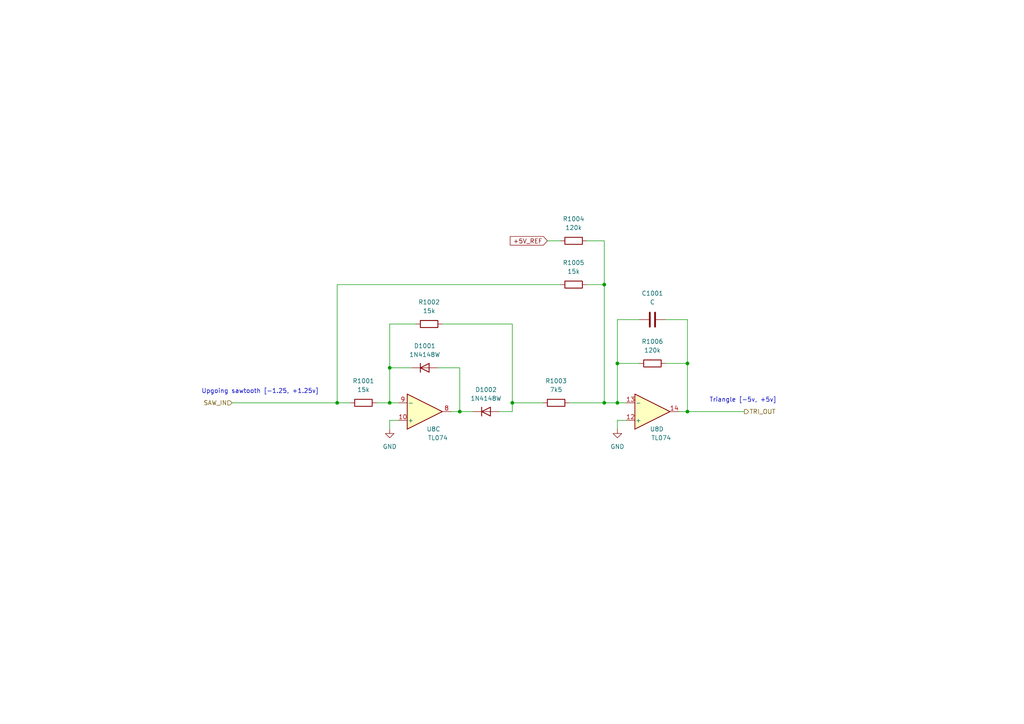
<source format=kicad_sch>
(kicad_sch (version 20211123) (generator eeschema)
  (paper "A4")
  (title_block (title "Josh Ox Ribon Synth Main VCO board") (date "2022-06-18") (rev "0") (comment 2 "creativecommons.org/licences/by/4.0") (comment 3 "license: CC by 4.0") (comment 4 "Author: Jordan Acete"))
  (lib_symbols
    (symbol "Amplifier_Operational:TL074" (pin_names (offset 0.127))
      (property "Reference" "U" (at 0 5.08 0))
      (property "Value" "TL074" (at 0 -5.08 0))
      (symbol "TL074_1_1"
        (polyline (pts (xy -5.08 5.08) (xy 5.08 0) (xy -5.08 -5.08) (xy -5.08 5.08)) (stroke (width 0.254)) (fill (type background)))
        (pin output line (at 7.62 0 180) (length 2.54) (name "~") (number "1"))
        (pin input line (at -7.62 -2.54 0) (length 2.54) (name "-") (number "2"))
        (pin input line (at -7.62 2.54 0) (length 2.54) (name "+") (number "3"))
      )
      (symbol "TL074_2_1"
        (polyline (pts (xy -5.08 5.08) (xy 5.08 0) (xy -5.08 -5.08) (xy -5.08 5.08)) (stroke (width 0.254)) (fill (type background)))
        (pin input line (at -7.62 2.54 0) (length 2.54) (name "+") (number "5"))
        (pin input line (at -7.62 -2.54 0) (length 2.54) (name "-") (number "6"))
        (pin output line (at 7.62 0 180) (length 2.54) (name "~") (number "7"))
      )
      (symbol "TL074_3_1"
        (polyline (pts (xy -5.08 5.08) (xy 5.08 0) (xy -5.08 -5.08) (xy -5.08 5.08)) (stroke (width 0.254)) (fill (type background)))
        (pin input line (at -7.62 2.54 0) (length 2.54) (name "+") (number "10"))
        (pin output line (at 7.62 0 180) (length 2.54) (name "~") (number "8"))
        (pin input line (at -7.62 -2.54 0) (length 2.54) (name "-") (number "9"))
      )
      (symbol "TL074_4_1"
        (polyline (pts (xy -5.08 5.08) (xy 5.08 0) (xy -5.08 -5.08) (xy -5.08 5.08)) (stroke (width 0.254)) (fill (type background)))
        (pin input line (at -7.62 2.54 0) (length 2.54) (name "+") (number "12"))
        (pin input line (at -7.62 -2.54 0) (length 2.54) (name "-") (number "13"))
        (pin output line (at 7.62 0 180) (length 2.54) (name "~") (number "14"))
      )
      (symbol "TL074_5_1"
        (pin power_in line (at -2.54 -7.62 90) (length 3.81) (name "V-") (number "11"))
        (pin power_in line (at -2.54 7.62 270) (length 3.81) (name "V+") (number "4"))
      )
    )
    (symbol "Device:C" (pin_numbers hide) (pin_names (offset 0.254))
      (property "Reference" "C" (at 0.635 2.54 0))
      (property "Value" "C" (at 0.635 -2.54 0))
      (symbol "C_0_1"
        (polyline (pts (xy -2.032 -0.762) (xy 2.032 -0.762)) (stroke (width 0.508)))
        (polyline (pts (xy -2.032 0.762) (xy 2.032 0.762)) (stroke (width 0.508)))
      )
      (symbol "C_1_1"
        (pin passive line (at 0 3.81 270) (length 2.794) (name "~") (number "1"))
        (pin passive line (at 0 -3.81 90) (length 2.794) (name "~") (number "2"))
      )
    )
    (symbol "Device:R" (pin_numbers hide) (pin_names (offset 0))
      (property "Reference" "R" (at 2.032 0 90))
      (property "Value" "R" (at 0 0 90))
      (symbol "R_0_1"
        (rectangle (start -1.016 -2.54) (end 1.016 2.54) (stroke (width 0.254)))
      )
      (symbol "R_1_1"
        (pin passive line (at 0 3.81 270) (length 1.27) (name "~") (number "1"))
        (pin passive line (at 0 -3.81 90) (length 1.27) (name "~") (number "2"))
      )
    )
    (symbol "Diode:1N4148W" (pin_numbers hide) (pin_names (offset 1.016) hide)
      (property "Reference" "D" (at 0 2.54 0))
      (property "Value" "1N4148W" (at 0 -2.54 0))
      (symbol "1N4148W_0_1"
        (polyline (pts (xy -1.27 1.27) (xy -1.27 -1.27)) (stroke (width 0.254)))
        (polyline (pts (xy 1.27 0) (xy -1.27 0)))
        (polyline (pts (xy 1.27 1.27) (xy 1.27 -1.27) (xy -1.27 0) (xy 1.27 1.27)) (stroke (width 0.254)))
      )
      (symbol "1N4148W_1_1"
        (pin passive line (at -3.81 0 0) (length 2.54) (name "K") (number "1"))
        (pin passive line (at 3.81 0 180) (length 2.54) (name "A") (number "2"))
      )
    )
    (symbol "power:GND" (power) (pin_names (offset 0))
      (property "Value" "GND" (at 0 -3.81 0))
      (symbol "GND_0_1"
        (polyline (pts (xy 0 0) (xy 0 -1.27) (xy 1.27 -1.27) (xy 0 -2.54) (xy -1.27 -1.27) (xy 0 -1.27)))
      )
      (symbol "GND_1_1"
        (pin power_in line (at 0 0 270) (length 0) hide (name "GND") (number "1"))
      )
    )
  )
  (junction (at 179.07 105.41))
  (junction (at 175.26 116.84))
  (junction (at 97.79 116.84))
  (junction (at 199.39 119.38))
  (junction (at 113.03 106.68))
  (junction (at 113.03 116.84))
  (junction (at 179.07 116.84))
  (junction (at 175.26 82.55))
  (junction (at 199.39 105.41))
  (junction (at 133.35 119.38))
  (junction (at 148.59 116.84))
  (wire (pts (xy 113.03 124.46) (xy 113.03 121.92)))
  (wire (pts (xy 148.59 93.98) (xy 148.59 116.84)))
  (wire (pts (xy 113.03 116.84) (xy 113.03 106.68)))
  (wire (pts (xy 199.39 119.38) (xy 199.39 105.41)))
  (wire (pts (xy 175.26 82.55) (xy 175.26 116.84)))
  (wire (pts (xy 113.03 93.98) (xy 113.03 106.68)))
  (wire (pts (xy 179.07 116.84) (xy 181.61 116.84)))
  (wire (pts (xy 113.03 106.68) (xy 119.38 106.68)))
  (wire (pts (xy 175.26 69.85) (xy 175.26 82.55)))
  (wire (pts (xy 170.18 69.85) (xy 175.26 69.85)))
  (wire (pts (xy 133.35 119.38) (xy 137.16 119.38)))
  (wire (pts (xy 115.57 116.84) (xy 113.03 116.84)))
  (wire (pts (xy 144.78 119.38) (xy 148.59 119.38)))
  (wire (pts (xy 97.79 82.55) (xy 162.56 82.55)))
  (wire (pts (xy 185.42 105.41) (xy 179.07 105.41)))
  (wire (pts (xy 130.81 119.38) (xy 133.35 119.38)))
  (wire (pts (xy 113.03 121.92) (xy 115.57 121.92)))
  (wire (pts (xy 165.1 116.84) (xy 175.26 116.84)))
  (wire (pts (xy 179.07 92.71) (xy 179.07 105.41)))
  (wire (pts (xy 109.22 116.84) (xy 113.03 116.84)))
  (wire (pts (xy 97.79 116.84) (xy 97.79 82.55)))
  (wire (pts (xy 133.35 119.38) (xy 133.35 106.68)))
  (wire (pts (xy 179.07 121.92) (xy 181.61 121.92)))
  (wire (pts (xy 199.39 105.41) (xy 193.04 105.41)))
  (wire (pts (xy 196.85 119.38) (xy 199.39 119.38)))
  (wire (pts (xy 101.6 116.84) (xy 97.79 116.84)))
  (wire (pts (xy 120.65 93.98) (xy 113.03 93.98)))
  (wire (pts (xy 199.39 119.38) (xy 215.9 119.38)))
  (wire (pts (xy 175.26 116.84) (xy 179.07 116.84)))
  (wire (pts (xy 179.07 105.41) (xy 179.07 116.84)))
  (wire (pts (xy 148.59 93.98) (xy 128.27 93.98)))
  (wire (pts (xy 133.35 106.68) (xy 127 106.68)))
  (wire (pts (xy 193.04 92.71) (xy 199.39 92.71)))
  (wire (pts (xy 199.39 92.71) (xy 199.39 105.41)))
  (wire (pts (xy 67.31 116.84) (xy 97.79 116.84)))
  (wire (pts (xy 185.42 92.71) (xy 179.07 92.71)))
  (wire (pts (xy 170.18 82.55) (xy 175.26 82.55)))
  (wire (pts (xy 179.07 124.46) (xy 179.07 121.92)))
  (wire (pts (xy 158.75 69.85) (xy 162.56 69.85)))
  (wire (pts (xy 148.59 116.84) (xy 157.48 116.84)))
  (wire (pts (xy 148.59 116.84) (xy 148.59 119.38)))
  (text "Triangle [-5v, +5v]" (at 205.74 116.84 0) (effects (font (size 1.27 1.27)) (justify left bottom)))
  (text "Upgoing sawtooth [-1.25, +1.25v]" (at 58.42 114.3 0) (effects (font (size 1.27 1.27)) (justify left bottom)))
  (global_label "+5V_REF" (shape input) (at 158.75 69.85 180) (property "Intersheet References" "${INTERSHEET_REFS}" (effects hide)))
  (hierarchical_label "SAW_IN" (shape input) (at 67.31 116.84 180))
  (hierarchical_label "TRI_OUT" (shape output) (at 215.9 119.38 0))
  (symbol (lib_id "Device:C") (at 189.23 92.71 90) (unit 1)
    (property "Reference" "C1001" (at 189.23 85.09 90))
    (property "Value" "C" (at 189.23 87.63 90))
    (property "Footprint" "Capacitor_SMD:C_0805_2012Metric" (effects hide))
  )
  (symbol (lib_id "Amplifier_Operational:TL074") (at 123.19 119.38 0) (mirror x) (unit 3)
    (property "Reference" "U8" (at 125.73 124.46 0))
    (property "Value" "TL074" (at 127 127 0))
    (property "Footprint" "Package_SO:SOIC-14_3.9x8.7mm_P1.27mm" (effects hide))
    (property "Datasheet" "http://www.ti.com/lit/ds/symlink/tl071.pdf" (effects hide))
  )
  (symbol (lib_id "Device:R") (at 124.46 93.98 270) (unit 1)
    (property "Reference" "R1002" (at 124.46 87.63 90))
    (property "Value" "15k" (at 124.46 90.17 90))
    (property "Footprint" "Resistor_SMD:R_0805_2012Metric" (effects hide))
  )
  (symbol (lib_id "Device:R") (at 105.41 116.84 270) (unit 1)
    (property "Reference" "R1001" (at 105.41 110.49 90))
    (property "Value" "15k" (at 105.41 113.03 90))
    (property "Footprint" "Resistor_SMD:R_0805_2012Metric" (effects hide))
  )
  (symbol (lib_id "Device:R") (at 166.37 82.55 270) (unit 1)
    (property "Reference" "R1005" (at 166.37 76.2 90))
    (property "Value" "15k" (at 166.37 78.74 90))
    (property "Footprint" "Resistor_SMD:R_0805_2012Metric" (effects hide))
  )
  (symbol (lib_id "Device:R") (at 161.29 116.84 270) (unit 1)
    (property "Reference" "R1003" (at 161.29 110.49 90))
    (property "Value" "7k5" (at 161.29 113.03 90))
    (property "Footprint" "Resistor_SMD:R_0805_2012Metric" (effects hide))
  )
  (symbol (lib_id "Amplifier_Operational:TL074") (at 189.23 119.38 0) (mirror x) (unit 4)
    (property "Reference" "U8" (at 190.5 124.46 0))
    (property "Value" "TL074" (at 191.77 127 0))
    (property "Footprint" "Package_SO:SOIC-14_3.9x8.7mm_P1.27mm" (effects hide))
    (property "Datasheet" "http://www.ti.com/lit/ds/symlink/tl071.pdf" (effects hide))
  )
  (symbol (lib_id "Diode:1N4148W") (at 140.97 119.38 0) (unit 1)
    (property "Reference" "D1002" (at 140.97 113.03 0))
    (property "Value" "1N4148W" (at 140.97 115.57 0))
    (property "Footprint" "Diode_SMD:D_SOD-123" (effects hide))
    (property "Datasheet" "https://www.vishay.com/docs/85748/1n4148w.pdf" (effects hide))
  )
  (symbol (lib_id "power:GND") (at 179.07 124.46 0) (unit 1)
    (property "Reference" "#PWR01003" (effects hide))
    (property "Value" "GND" (at 179.07 129.54 0))
  )
  (symbol (lib_id "Diode:1N4148W") (at 123.19 106.68 0) (unit 1)
    (property "Reference" "D1001" (at 123.19 100.33 0))
    (property "Value" "1N4148W" (at 123.19 102.87 0))
    (property "Footprint" "Diode_SMD:D_SOD-123" (effects hide))
    (property "Datasheet" "https://www.vishay.com/docs/85748/1n4148w.pdf" (effects hide))
  )
  (symbol (lib_id "power:GND") (at 113.03 124.46 0) (unit 1)
    (property "Reference" "#PWR01001" (effects hide))
    (property "Value" "GND" (at 113.03 129.54 0))
  )
  (symbol (lib_id "Device:R") (at 166.37 69.85 270) (unit 1)
    (property "Reference" "R1004" (at 166.37 63.5 90))
    (property "Value" "120k" (at 166.37 66.04 90))
    (property "Footprint" "Resistor_SMD:R_0805_2012Metric" (effects hide))
  )
  (symbol (lib_id "Device:R") (at 189.23 105.41 270) (unit 1)
    (property "Reference" "R1006" (at 189.23 99.06 90))
    (property "Value" "120k" (at 189.23 101.6 90))
    (property "Footprint" "Resistor_SMD:R_0805_2012Metric" (effects hide))
  )
)
</source>
